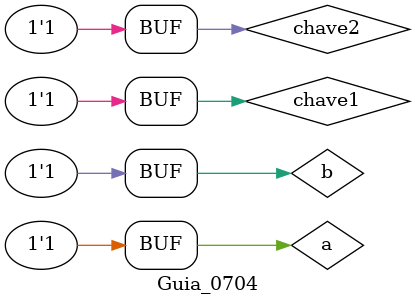
<source format=v>
/* 
Guia_0704.v 
855842 - Mateus Resende Ottoni

iverilog -o Guia_0704.vvp Guia_0704.v
vvp Guia_0704.vvp
*/



// Modulo
//----------------------------------------
module f04_s (output s,
                   input a, b, chave1, chave2);


   not   NOT1   ( not_chave1,   chave1);
   not   NOT2   ( not_chave2,   chave2);

// Porta 1 e 2 (NOR e OR)
   nor   NOR1   (        s_1,        a,           b);
   and   AND1   (      s_nor,      s_1,  not_chave1); // Seleção com uso da chave
   or    OR1    (        s_2,        a,           b);
   and   AND2   (       s_or,      s_2,      chave1); // Seleção com uso da chave
   or    OR2    (       s_g1,    s_nor,        s_or);

// Porta 3 e 4 (XOR e XNOR)
   xor   XOR1   (        s_3,        a,           b);
   and   AND3   (      s_xor,      s_3,  not_chave1); // Seleção com uso da chave
   xnor  XNOR1  (        s_4,        a,           b);
   and   AND4   (     s_xnor,      s_4,      chave1); // Seleção com uso da chave
   or    OR3    (       s_g2,    s_xor,      s_xnor);

// Resultado
   and   AND6   (       s_xo,     s_g1,  not_chave2);
   and   AND7   (        s_o,     s_g2,      chave2);
   or    OR4    (          s,     s_xo,         s_o);


endmodule
//----------------------------------------




// Modulo principal
module Guia_0704; 

// Definir dados
reg a, b, chave1, chave2;
wire w_lu;

f04_s    f04 (w_lu, a, b, chave1, chave2);




 initial
  begin
   a      = 1'b0;
   b      = 1'b0;
   chave1 = 1'b0;
   chave2 = 1'b0;
  end


// Main 
initial 
begin : main 

$display ( "Guia_0704" );

/*	Mostrar valores em tabela				*/
$display ( "" );
$display ( "____________________________________________" );
$display ( "| a | b || chave 1 | chave 2 || resultado ||" );
$display ( "|---|---||---------|---------||-----------||" );
$monitor ( "| %b | %b ||       %b |       %b ||         %b ||",
               a,   b,     chave1,     chave2,        w_lu );
/*								*/

/*	Atualizar valores		*/

#1;  b = 1'b1;
#1;  b = 1'b0; a = 1'b1;
#1;  b = 1'b1;
#1;

/*					*/

/*	Separação			*/
$display ( "|---|---||---------|---------||-----------||" );
#1;  b = 1'b0; a = 1'b0; chave1 = 1'b1;
/*					*/

/*	Atualizar valores		*/

#1;  b = 1'b1;
#1;  b = 1'b0; a = 1'b1;
#1;  b = 1'b1;
#1;

/*					*/

/*	Separação			*/
$display ( "|---|---||---------|---------||-----------||" );
#1;  b = 1'b0; a = 1'b0; chave1 = 1'b0; chave2 = 1'b1;
/*					*/

/*	Atualizar valores		*/

#1;  b = 1'b1;
#1;  b = 1'b0; a = 1'b1;
#1;  b = 1'b1;
#1;

/*					*/

/*	Separação			*/
$display ( "|---|---||---------|---------||-----------||" );
#1;  b = 1'b0; a = 1'b0; chave1 = 1'b1;
/*					*/

/*	Atualizar valores		*/

#1;  b = 1'b1;
#1;  b = 1'b0; a = 1'b1;
#1;  b = 1'b1;
#1;

/*					*/

end // main 

endmodule // Guia_0704

/*	Previsão de Testes 		*/
/*
____________________________________________
| a | b || chave 1 | chave 2 || resultado ||
|---|---||---------|---------||-----------||
| 0 | 0 ||       0 |       0 ||         1 ||
| 0 | 1 ||       0 |       0 ||         0 ||
| 1 | 0 ||       0 |       0 ||         0 ||
| 1 | 1 ||       0 |       0 ||         0 ||
|---|---||---------|---------||-----------||
| 0 | 0 ||       1 |       0 ||         0 ||
| 0 | 1 ||       1 |       0 ||         1 ||
| 1 | 0 ||       1 |       0 ||         1 ||
| 1 | 1 ||       1 |       0 ||         1 ||
|---|---||---------|---------||-----------||
| 0 | 0 ||       0 |       1 ||         0 ||
| 0 | 1 ||       0 |       1 ||         1 ||
| 1 | 0 ||       0 |       1 ||         1 ||
| 1 | 1 ||       0 |       1 ||         0 ||
|---|---||---------|---------||-----------||
| 0 | 0 ||       1 |       1 ||         1 ||
| 0 | 1 ||       1 |       1 ||         0 ||
| 1 | 0 ||       1 |       1 ||         0 ||
| 1 | 1 ||       1 |       1 ||         1 ||

*/
/*					*/

</source>
